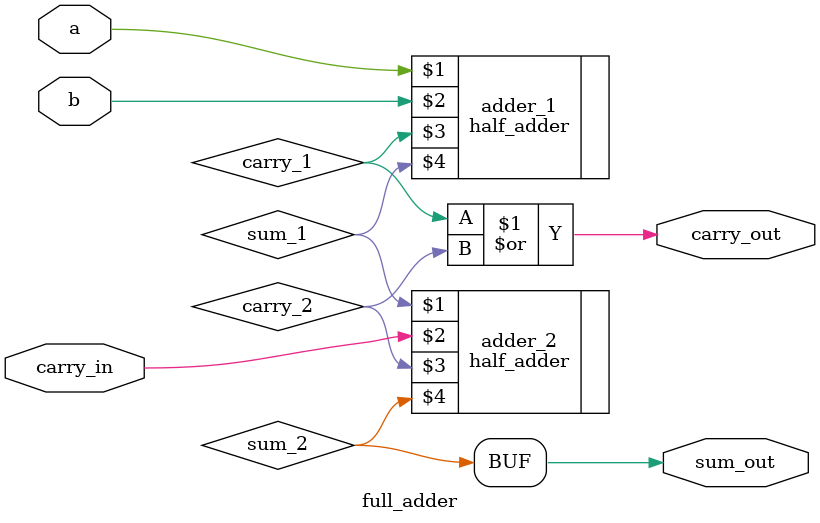
<source format=v>
module full_adder(
        input a,
        input b,
        input carry_in,
        output sum_out,
        output carry_out
    );
    
    wire carry_1;
    wire sum_1;
    wire carry_2;
    wire sum_2;
    
    half_adder adder_1(a,b,carry_1,sum_1);
    half_adder adder_2(sum_1,carry_in,carry_2,sum_2);
    
    assign sum_out = sum_2;
    assign carry_out= carry_1 | carry_2;
       
endmodule
</source>
